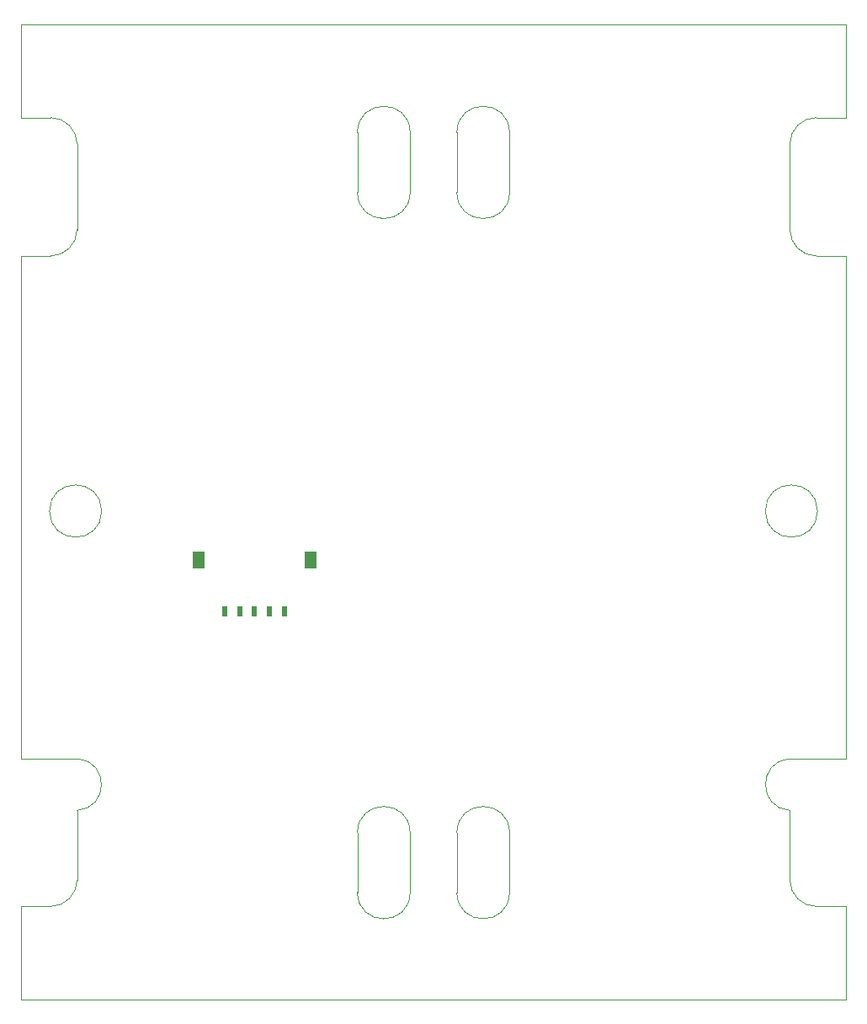
<source format=gbr>
%TF.GenerationSoftware,KiCad,Pcbnew,(6.0.9)*%
%TF.CreationDate,2023-01-30T20:43:42-08:00*%
%TF.ProjectId,solar-panel-NoCutout,736f6c61-722d-4706-916e-656c2d4e6f43,2.0*%
%TF.SameCoordinates,Original*%
%TF.FileFunction,Paste,Bot*%
%TF.FilePolarity,Positive*%
%FSLAX46Y46*%
G04 Gerber Fmt 4.6, Leading zero omitted, Abs format (unit mm)*
G04 Created by KiCad (PCBNEW (6.0.9)) date 2023-01-30 20:43:42*
%MOMM*%
%LPD*%
G01*
G04 APERTURE LIST*
%TA.AperFunction,Profile*%
%ADD10C,0.050000*%
%TD*%
%ADD11R,0.600000X1.000000*%
%ADD12R,1.250000X1.800000*%
G04 APERTURE END LIST*
D10*
X136850000Y-153000000D02*
X136850000Y-147000000D01*
X142150000Y-153000000D02*
X142150000Y-147000000D01*
X146850000Y-147000000D02*
X146850000Y-153000000D01*
X152150000Y-153000000D02*
X152150000Y-147000000D01*
X142150000Y-76600000D02*
X142150000Y-82600000D01*
X136850000Y-76600000D02*
X136850000Y-82600000D01*
X146850000Y-76600000D02*
X146850000Y-82600000D01*
X152150000Y-76600000D02*
X152150000Y-82600000D01*
X186000000Y-65750000D02*
X103000000Y-65750000D01*
X183125000Y-114650000D02*
G75*
G03*
X183125000Y-114650000I-2625000J0D01*
G01*
X108744606Y-139557190D02*
X103000000Y-139557190D01*
X180249992Y-139557104D02*
G75*
G03*
X180350001Y-144749999I250008J-2592596D01*
G01*
X186000000Y-163750000D02*
X186000000Y-156450000D01*
X186000000Y-73100000D02*
X186000000Y-65750000D01*
X106000000Y-75100000D02*
X103000000Y-75100000D01*
X108650000Y-77750000D02*
G75*
G03*
X106000000Y-75100000I-2650000J0D01*
G01*
X106000000Y-89000000D02*
G75*
G03*
X108650000Y-86350000I0J2650000D01*
G01*
X106000000Y-89000000D02*
X103000000Y-89000000D01*
X108650000Y-77750000D02*
X108650000Y-86350000D01*
X183000000Y-75100000D02*
G75*
G03*
X180350000Y-77750000I0J-2650000D01*
G01*
X180350000Y-86350000D02*
G75*
G03*
X183000000Y-89000000I2650000J0D01*
G01*
X183000000Y-75100000D02*
X186000000Y-75100000D01*
X180350000Y-77750000D02*
X180350000Y-86350000D01*
X183000000Y-89000000D02*
X186000000Y-89000000D01*
X103000000Y-65750000D02*
X103000000Y-75100000D01*
X103000000Y-89000000D02*
X103000000Y-139557190D01*
X103000000Y-154400000D02*
X103000000Y-163750000D01*
X186000000Y-156450000D02*
X186000000Y-154400000D01*
X186000000Y-75100000D02*
X186000000Y-73100000D01*
X185994606Y-139557190D02*
X180250000Y-139557190D01*
X136850000Y-82600000D02*
G75*
G03*
X142150000Y-82600000I2650000J0D01*
G01*
X108649999Y-144750000D02*
G75*
G03*
X108744606Y-139557190I-149999J2600000D01*
G01*
X108650000Y-151750000D02*
X108650000Y-144750000D01*
X152150000Y-76600000D02*
G75*
G03*
X146850000Y-76600000I-2650000J0D01*
G01*
X142150000Y-76600000D02*
G75*
G03*
X136850000Y-76600000I-2650000J0D01*
G01*
X103000000Y-163750000D02*
X186000000Y-163750000D01*
X142150000Y-147000000D02*
G75*
G03*
X136850000Y-147000000I-2650000J0D01*
G01*
X180350000Y-151750000D02*
X180350000Y-144750000D01*
X106000000Y-154400000D02*
X103000000Y-154400000D01*
X136850000Y-153000000D02*
G75*
G03*
X142150000Y-153000000I2650000J0D01*
G01*
X152150000Y-147000000D02*
G75*
G03*
X146850000Y-147000000I-2650000J0D01*
G01*
X106000000Y-154400000D02*
G75*
G03*
X108650000Y-151750000I0J2650000D01*
G01*
X180350000Y-151750000D02*
G75*
G03*
X183000000Y-154400000I2650000J0D01*
G01*
X146850000Y-153000000D02*
G75*
G03*
X152150000Y-153000000I2650000J0D01*
G01*
X183000000Y-154400000D02*
X186000000Y-154400000D01*
X186000000Y-89000000D02*
X185994606Y-139557190D01*
X146850000Y-82600000D02*
G75*
G03*
X152150000Y-82600000I2650000J0D01*
G01*
X111125000Y-114650000D02*
G75*
G03*
X111125000Y-114650000I-2625000J0D01*
G01*
D11*
%TO.C,J1*%
X123500000Y-124750000D03*
X125000000Y-124750000D03*
X126499999Y-124750000D03*
X128000001Y-124750000D03*
X129500001Y-124750000D03*
D12*
X120895001Y-119560000D03*
X132104999Y-119560000D03*
%TD*%
M02*

</source>
